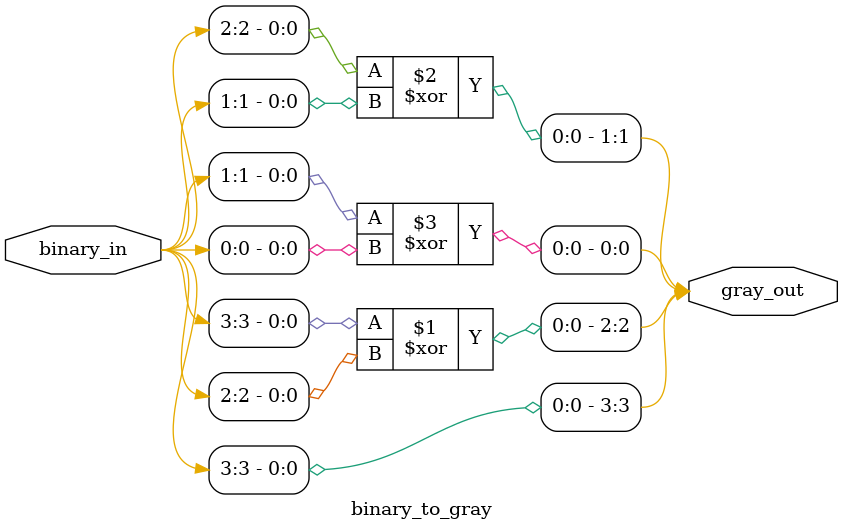
<source format=v>
module binary_to_gray(
    input [3:0] binary_in,
    output [3:0] gray_out
);

// Conversion Logic
assign gray_out[3] = binary_in[3];
assign gray_out[2] = binary_in[3] ^ binary_in[2];
assign gray_out[1] = binary_in[2] ^ binary_in[1];
assign gray_out[0] = binary_in[1] ^ binary_in[0];

endmodule
</source>
